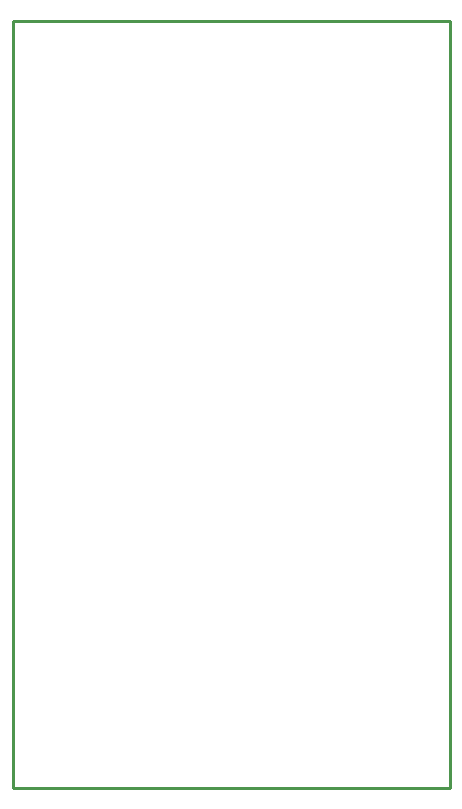
<source format=gko>
G04 Layer: BoardOutlineLayer*
G04 EasyEDA v6.5.51, 2025-12-08 14:24:17*
G04 98b1bcbd0d5e4b16acd7f0c7b3cc8b20,5c2208001c9440858be6b933671931b3,10*
G04 Gerber Generator version 0.2*
G04 Scale: 100 percent, Rotated: No, Reflected: No *
G04 Dimensions in millimeters *
G04 leading zeros omitted , absolute positions ,4 integer and 5 decimal *
%FSLAX45Y45*%
%MOMM*%

%ADD10C,0.2540*%
%ADD11C,0.0133*%
D10*
X699998Y7499985D02*
G01*
X4399991Y7499985D01*
X4399991Y999997D01*
X699998Y999997D01*
X699998Y7499985D01*

%LPD*%
M02*

</source>
